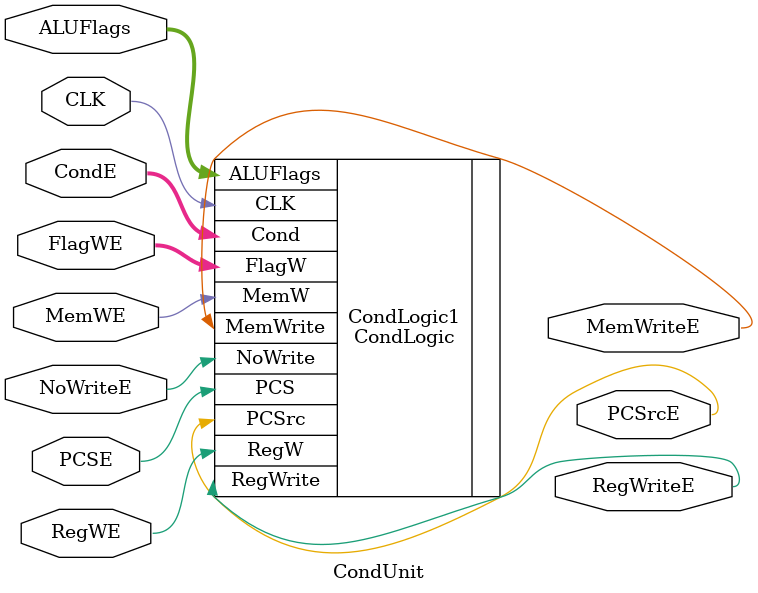
<source format=v>
`timescale 1ns / 1ps
module CondUnit(
    input CLK,
    input PCSE,
    input RegWE,
    input MemWE,
    input [1:0]FlagWE,
    input [3:0]CondE,
    input [3:0]ALUFlags,
    input NoWriteE,
    // input FWE,

    output PCSrcE,
    output RegWriteE,
    output MemWriteE
    // output FWriteE

    );

    CondLogic CondLogic1(
     .CLK(CLK),
     .PCS(PCSE),
     .RegW(RegWE),
     .MemW(MemWE),
     .FlagW(FlagWE),
     .Cond(CondE),
     .ALUFlags(ALUFlags),
     .NoWrite(NoWriteE),
    //  .FW(FWE),

     .PCSrc(PCSrcE),
     .RegWrite(RegWriteE),
     .MemWrite(MemWriteE)
    //  .FWrite(FWriteE)
    );

endmodule

</source>
